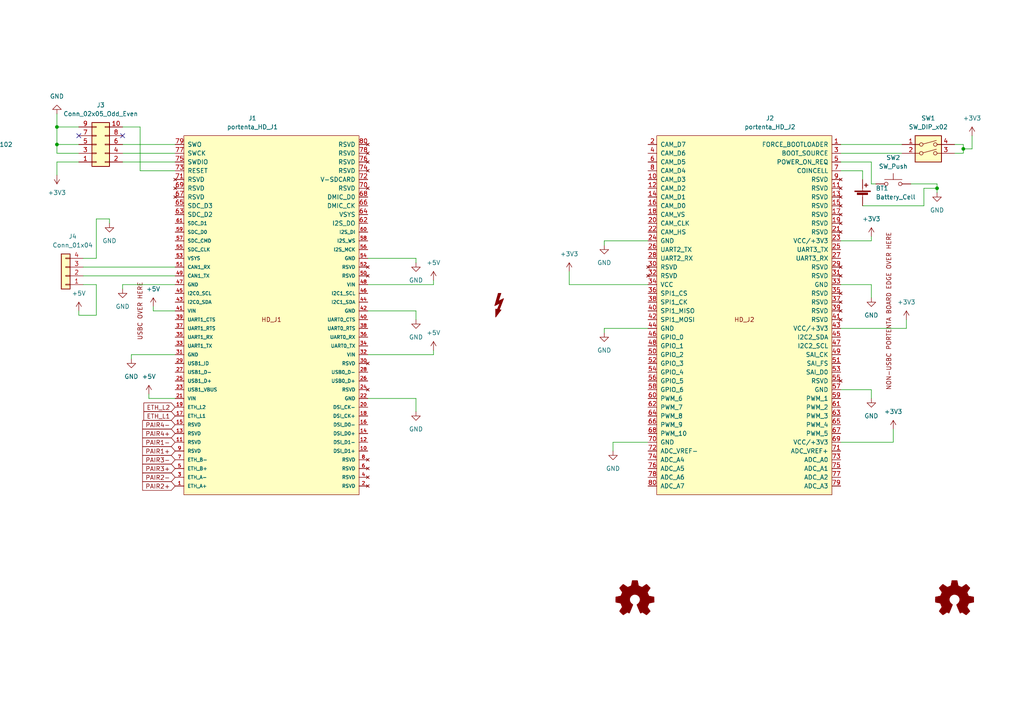
<source format=kicad_sch>
(kicad_sch (version 20211123) (generator eeschema)
  (paper "A4")
  (title_block (title "Kra Platform") (company "grey@christoforo.net"))
  (junction (at -81.28 124.46) (diameter 0.9144))
  (junction (at -38.1 60.96) (diameter 0.9144))
  (junction (at 16.51 41.91) (diameter 0.9144))
  (junction (at -59.69 124.46) (diameter 0.9144))
  (junction (at -72.39 143.51) (diameter 0.9144))
  (junction (at -82.55 147.32) (diameter 0.9144))
  (junction (at -54.61 50.8) (diameter 0.9144))
  (junction (at 16.51 36.83) (diameter 0.9144))
  (junction (at -120.65 91.44) (diameter 0.9144))
  (junction (at -38.1 50.8) (diameter 0.9144))
  (junction (at -54.61 40.64) (diameter 0.9144))
  (junction (at -54.61 60.96) (diameter 0.9144))
  (junction (at 279.4 43.18) (diameter 0.9144))
  (junction (at -55.88 135.89) (diameter 0.9144))
  (junction (at -113.03 91.44) (diameter 0.9144))
  (junction (at -59.69 147.32) (diameter 0.9144))
  (junction (at -106.68 91.44) (diameter 0.9144))
  (junction (at -71.12 120.65) (diameter 0.9144))
  (junction (at -71.12 128.27) (diameter 0.9144))
  (junction (at -72.39 151.13) (diameter 0.9144))
  (junction (at -85.09 147.32) (diameter 0.9144))
  (junction (at -54.61 30.48) (diameter 0.9144))
  (junction (at 271.78 54.61) (diameter 0.9144))
  (junction (at -38.1 40.64) (diameter 0.9144))
  (no_connect (at -24.13 48.26))
  (no_connect (at -19.05 48.26))
  (no_connect (at -62.23 7.62))
  (no_connect (at -29.21 6.35))
  (no_connect (at -34.29 6.35))
  (no_connect (at -67.31 7.62))
  (no_connect (at -97.79 7.62))
  (no_connect (at -102.87 7.62))
  (no_connect (at 22.86 39.37))
  (no_connect (at 35.56 39.37))
  (wire (pts (xy -147.32 52.07) (xy -140.97 52.07)))
  (wire (pts (xy -114.3 44.45) (xy -104.14 44.45)))
  (wire (pts (xy -104.14 38.1) (xy -90.17 38.1)))
  (wire (pts (xy -104.14 44.45) (xy -104.14 38.1)))
  (wire (pts (xy -81.28 120.65) (xy -81.28 124.46)))
  (wire (pts (xy -81.28 124.46) (xy -81.28 128.27)))
  (wire (pts (xy -81.28 128.27) (xy -80.01 128.27)))
  (wire (pts (xy -80.01 120.65) (xy -81.28 120.65)))
  (wire (pts (xy -38.1 60.96) (xy -48.26 60.96)))
  (wire (pts (xy -38.1 62.23) (xy -38.1 60.96)))
  (wire (pts (xy 40.64 36.83) (xy 40.64 49.53)))
  (wire (pts (xy 50.8 49.53) (xy 40.64 49.53)))
  (wire (pts (xy 35.56 36.83) (xy 40.64 36.83)))
  (wire (pts (xy -124.46 59.69) (xy -124.46 60.96)))
  (wire (pts (xy -95.25 115.57) (xy -71.12 115.57)))
  (wire (pts (xy -134.62 64.77) (xy -134.62 74.93)))
  (wire (pts (xy -96.52 30.48) (xy -96.52 64.77)))
  (wire (pts (xy -96.52 64.77) (xy -134.62 64.77)))
  (wire (pts (xy -90.17 30.48) (xy -96.52 30.48)))
  (wire (pts (xy -114.3 39.37) (xy -106.68 39.37)))
  (wire (pts (xy -106.68 33.02) (xy -90.17 33.02)))
  (wire (pts (xy -106.68 39.37) (xy -106.68 33.02)))
  (wire (pts (xy -88.9 146.05) (xy -116.84 146.05)))
  (wire (pts (xy -38.1 50.8) (xy -48.26 50.8)))
  (wire (pts (xy -38.1 60.96) (xy -38.1 50.8)))
  (wire (pts (xy -120.65 80.01) (xy -120.65 85.09)))
  (wire (pts (xy -114.3 36.83) (xy -109.22 36.83)))
  (wire (pts (xy -109.22 27.94) (xy -90.17 27.94)))
  (wire (pts (xy -109.22 36.83) (xy -109.22 27.94)))
  (wire (pts (xy -143.51 39.37) (xy -134.62 39.37)))
  (wire (pts (xy -88.9 138.43) (xy -88.9 146.05)))
  (wire (pts (xy 16.51 36.83) (xy 22.86 36.83)))
  (wire (pts (xy -72.39 120.65) (xy -71.12 120.65)))
  (wire (pts (xy -71.12 120.65) (xy -69.85 120.65)))
  (wire (pts (xy -85.09 147.32) (xy -85.09 160.02)))
  (wire (pts (xy -85.09 160.02) (xy -50.8 160.02)))
  (wire (pts (xy 264.16 53.34) (xy 271.78 53.34)))
  (wire (pts (xy 271.78 54.61) (xy 271.78 53.34)))
  (wire (pts (xy 271.78 55.88) (xy 271.78 54.61)))
  (wire (pts (xy -54.61 50.8) (xy -54.61 60.96)))
  (wire (pts (xy 35.56 41.91) (xy 50.8 41.91)))
  (wire (pts (xy 24.13 74.93) (xy 27.94 74.93)))
  (wire (pts (xy 27.94 63.5) (xy 27.94 74.93)))
  (wire (pts (xy 31.75 63.5) (xy 27.94 63.5)))
  (wire (pts (xy 31.75 64.77) (xy 31.75 63.5)))
  (wire (pts (xy -106.68 80.01) (xy -106.68 85.09)))
  (wire (pts (xy 120.65 74.93) (xy 106.68 74.93)))
  (wire (pts (xy 120.65 76.2) (xy 120.65 74.93)))
  (wire (pts (xy -88.9 156.21) (xy -72.39 156.21)))
  (wire (pts (xy -72.39 151.13) (xy -72.39 156.21)))
  (wire (pts (xy 177.8 128.27) (xy 177.8 130.81)))
  (wire (pts (xy 187.96 128.27) (xy 177.8 128.27)))
  (wire (pts (xy 175.26 69.85) (xy 187.96 69.85)))
  (wire (pts (xy 175.26 71.12) (xy 175.26 69.85)))
  (wire (pts (xy -120.65 90.17) (xy -120.65 91.44)))
  (wire (pts (xy -113.03 91.44) (xy -120.65 91.44)))
  (wire (pts (xy -88.9 151.13) (xy -88.9 156.21)))
  (wire (pts (xy 35.56 82.55) (xy 50.8 82.55)))
  (wire (pts (xy 35.56 83.82) (xy 35.56 82.55)))
  (wire (pts (xy -54.61 30.48) (xy -54.61 40.64)))
  (wire (pts (xy 243.84 128.27) (xy 259.08 128.27)))
  (wire (pts (xy 259.08 128.27) (xy 259.08 124.46)))
  (wire (pts (xy -114.3 41.91) (xy -109.22 41.91)))
  (wire (pts (xy -109.22 41.91) (xy -109.22 48.26)))
  (wire (pts (xy -109.22 48.26) (xy -90.17 48.26)))
  (wire (pts (xy 250.19 59.69) (xy 267.97 59.69)))
  (wire (pts (xy 267.97 54.61) (xy 271.78 54.61)))
  (wire (pts (xy 267.97 59.69) (xy 267.97 54.61)))
  (wire (pts (xy -38.1 30.48) (xy -48.26 30.48)))
  (wire (pts (xy -38.1 40.64) (xy -38.1 30.48)))
  (wire (pts (xy -135.89 52.07) (xy -134.62 52.07)))
  (wire (pts (xy -116.84 151.13) (xy -88.9 151.13)))
  (wire (pts (xy -55.88 135.89) (xy -50.8 135.89)))
  (wire (pts (xy -88.9 133.35) (xy -71.12 133.35)))
  (wire (pts (xy -71.12 128.27) (xy -71.12 133.35)))
  (wire (pts (xy -106.68 67.31) (xy -106.68 74.93)))
  (wire (pts (xy -93.98 50.8) (xy -93.98 67.31)))
  (wire (pts (xy -93.98 67.31) (xy -106.68 67.31)))
  (wire (pts (xy -90.17 50.8) (xy -93.98 50.8)))
  (wire (pts (xy 120.65 115.57) (xy 106.68 115.57)))
  (wire (pts (xy 120.65 119.38) (xy 120.65 115.57)))
  (wire (pts (xy 38.1 102.87) (xy 38.1 104.14)))
  (wire (pts (xy 50.8 102.87) (xy 38.1 102.87)))
  (wire (pts (xy 16.51 46.99) (xy 16.51 50.8)))
  (wire (pts (xy 22.86 46.99) (xy 16.51 46.99)))
  (wire (pts (xy 243.84 41.91) (xy 261.62 41.91)))
  (wire (pts (xy 106.68 102.87) (xy 125.73 102.87)))
  (wire (pts (xy 125.73 102.87) (xy 125.73 101.6)))
  (wire (pts (xy -111.76 49.53) (xy -114.3 49.53)))
  (wire (pts (xy -111.76 53.34) (xy -111.76 49.53)))
  (wire (pts (xy -90.17 53.34) (xy -111.76 53.34)))
  (wire (pts (xy -59.69 124.46) (xy -55.88 124.46)))
  (wire (pts (xy -55.88 124.46) (xy -55.88 135.89)))
  (wire (pts (xy -55.88 135.89) (xy -55.88 147.32)))
  (wire (pts (xy -55.88 147.32) (xy -59.69 147.32)))
  (wire (pts (xy -113.03 125.73) (xy -88.9 125.73)))
  (wire (pts (xy -38.1 40.64) (xy -48.26 40.64)))
  (wire (pts (xy -38.1 50.8) (xy -38.1 40.64)))
  (wire (pts (xy -62.23 120.65) (xy -59.69 120.65)))
  (wire (pts (xy -59.69 120.65) (xy -59.69 124.46)))
  (wire (pts (xy -59.69 124.46) (xy -59.69 128.27)))
  (wire (pts (xy -59.69 128.27) (xy -62.23 128.27)))
  (wire (pts (xy 44.45 90.17) (xy 44.45 88.9)))
  (wire (pts (xy 50.8 90.17) (xy 44.45 90.17)))
  (wire (pts (xy -54.61 22.86) (xy -54.61 30.48)))
  (wire (pts (xy 165.1 82.55) (xy 165.1 78.74)))
  (wire (pts (xy 187.96 82.55) (xy 165.1 82.55)))
  (wire (pts (xy -154.94 36.83) (xy -154.94 39.37)))
  (wire (pts (xy -154.94 39.37) (xy -148.59 39.37)))
  (wire (pts (xy -134.62 91.44) (xy -134.62 90.17)))
  (wire (pts (xy -120.65 91.44) (xy -134.62 91.44)))
  (wire (pts (xy -88.9 138.43) (xy -72.39 138.43)))
  (wire (pts (xy -72.39 143.51) (xy -72.39 138.43)))
  (wire (pts (xy -147.32 52.07) (xy -147.32 60.96)))
  (wire (pts (xy 16.51 36.83) (xy 16.51 33.02)))
  (wire (pts (xy -106.68 91.44) (xy -92.71 91.44)))
  (wire (pts (xy -92.71 91.44) (xy -92.71 88.9)))
  (wire (pts (xy -88.9 125.73) (xy -88.9 133.35)))
  (wire (pts (xy -92.71 60.96) (xy -92.71 74.93)))
  (wire (pts (xy -90.17 60.96) (xy -92.71 60.96)))
  (wire (pts (xy 252.73 68.58) (xy 252.73 69.85)))
  (wire (pts (xy 252.73 69.85) (xy 243.84 69.85)))
  (wire (pts (xy -113.03 91.44) (xy -106.68 91.44)))
  (wire (pts (xy -113.03 92.71) (xy -113.03 91.44)))
  (wire (pts (xy -106.68 90.17) (xy -106.68 91.44)))
  (wire (pts (xy 35.56 44.45) (xy 50.8 44.45)))
  (wire (pts (xy 243.84 113.03) (xy 252.73 113.03)))
  (wire (pts (xy 252.73 115.57) (xy 252.73 113.03)))
  (wire (pts (xy 252.73 82.55) (xy 243.84 82.55)))
  (wire (pts (xy 252.73 86.36) (xy 252.73 82.55)))
  (wire (pts (xy -95.25 115.57) (xy -95.25 120.65)))
  (wire (pts (xy 279.4 43.18) (xy 279.4 44.45)))
  (wire (pts (xy 279.4 44.45) (xy 276.86 44.45)))
  (wire (pts (xy 120.65 90.17) (xy 106.68 90.17)))
  (wire (pts (xy 120.65 92.71) (xy 120.65 90.17)))
  (wire (pts (xy -114.3 46.99) (xy -101.6 46.99)))
  (wire (pts (xy -101.6 43.18) (xy -90.17 43.18)))
  (wire (pts (xy -101.6 46.99) (xy -101.6 43.18)))
  (wire (pts (xy -64.77 30.48) (xy -54.61 30.48)))
  (wire (pts (xy -54.61 30.48) (xy -53.34 30.48)))
  (wire (pts (xy 24.13 77.47) (xy 50.8 77.47)))
  (wire (pts (xy -92.71 80.01) (xy -92.71 83.82)))
  (wire (pts (xy -82.55 143.51) (xy -82.55 147.32)))
  (wire (pts (xy -82.55 147.32) (xy -82.55 151.13)))
  (wire (pts (xy -82.55 151.13) (xy -81.28 151.13)))
  (wire (pts (xy -81.28 143.51) (xy -82.55 143.51)))
  (wire (pts (xy 43.18 115.57) (xy 43.18 114.3)))
  (wire (pts (xy 50.8 115.57) (xy 43.18 115.57)))
  (wire (pts (xy 22.86 90.17) (xy 22.86 91.44)))
  (wire (pts (xy 24.13 82.55) (xy 27.94 82.55)))
  (wire (pts (xy 27.94 82.55) (xy 27.94 91.44)))
  (wire (pts (xy 27.94 91.44) (xy 22.86 91.44)))
  (wire (pts (xy -85.09 124.46) (xy -81.28 124.46)))
  (wire (pts (xy -85.09 147.32) (xy -85.09 124.46)))
  (wire (pts (xy -82.55 147.32) (xy -85.09 147.32)))
  (wire (pts (xy 252.73 46.99) (xy 243.84 46.99)))
  (wire (pts (xy 252.73 53.34) (xy 252.73 46.99)))
  (wire (pts (xy -72.39 128.27) (xy -71.12 128.27)))
  (wire (pts (xy -71.12 128.27) (xy -69.85 128.27)))
  (wire (pts (xy 35.56 46.99) (xy 50.8 46.99)))
  (wire (pts (xy -113.03 97.79) (xy -113.03 100.33)))
  (wire (pts (xy 262.89 92.71) (xy 262.89 95.25)))
  (wire (pts (xy 262.89 95.25) (xy 243.84 95.25)))
  (wire (pts (xy -134.62 80.01) (xy -134.62 85.09)))
  (wire (pts (xy 252.73 53.34) (xy 254 53.34)))
  (wire (pts (xy -114.3 54.61) (xy -114.3 63.5)))
  (wire (pts (xy -114.3 63.5) (xy -90.17 63.5)))
  (wire (pts (xy 243.84 44.45) (xy 261.62 44.45)))
  (wire (pts (xy -73.66 143.51) (xy -72.39 143.51)))
  (wire (pts (xy -72.39 143.51) (xy -71.12 143.51)))
  (wire (pts (xy -73.66 151.13) (xy -72.39 151.13)))
  (wire (pts (xy -72.39 151.13) (xy -71.12 151.13)))
  (wire (pts (xy -63.5 143.51) (xy -59.69 143.51)))
  (wire (pts (xy -63.5 151.13) (xy -59.69 151.13)))
  (wire (pts (xy -59.69 143.51) (xy -59.69 147.32)))
  (wire (pts (xy -59.69 147.32) (xy -59.69 151.13)))
  (wire (pts (xy 276.86 41.91) (xy 279.4 41.91)))
  (wire (pts (xy 279.4 43.18) (xy 279.4 41.91)))
  (wire (pts (xy 281.94 39.37) (xy 281.94 43.18)))
  (wire (pts (xy 281.94 43.18) (xy 279.4 43.18)))
  (wire (pts (xy 250.19 49.53) (xy 243.84 49.53)))
  (wire (pts (xy 250.19 52.07) (xy 250.19 49.53)))
  (wire (pts (xy -64.77 60.96) (xy -54.61 60.96)))
  (wire (pts (xy -54.61 60.96) (xy -53.34 60.96)))
  (wire (pts (xy -71.12 120.65) (xy -71.12 115.57)))
  (wire (pts (xy -113.03 52.07) (xy -114.3 52.07)))
  (wire (pts (xy -113.03 58.42) (xy -113.03 52.07)))
  (wire (pts (xy -90.17 58.42) (xy -113.03 58.42)))
  (wire (pts (xy -64.77 50.8) (xy -54.61 50.8)))
  (wire (pts (xy -54.61 50.8) (xy -53.34 50.8)))
  (wire (pts (xy -120.65 66.04) (xy -120.65 74.93)))
  (wire (pts (xy -95.25 40.64) (xy -95.25 66.04)))
  (wire (pts (xy -95.25 66.04) (xy -120.65 66.04)))
  (wire (pts (xy -90.17 40.64) (xy -95.25 40.64)))
  (wire (pts (xy 16.51 41.91) (xy 16.51 36.83)))
  (wire (pts (xy 16.51 44.45) (xy 16.51 41.91)))
  (wire (pts (xy 22.86 44.45) (xy 16.51 44.45)))
  (wire (pts (xy -54.61 40.64) (xy -54.61 50.8)))
  (wire (pts (xy 175.26 95.25) (xy 175.26 96.52)))
  (wire (pts (xy 187.96 95.25) (xy 175.26 95.25)))
  (wire (pts (xy -95.25 120.65) (xy -113.03 120.65)))
  (wire (pts (xy 125.73 81.28) (xy 125.73 82.55)))
  (wire (pts (xy 125.73 82.55) (xy 106.68 82.55)))
  (wire (pts (xy 16.51 41.91) (xy 22.86 41.91)))
  (wire (pts (xy 24.13 80.01) (xy 50.8 80.01)))
  (wire (pts (xy -64.77 40.64) (xy -54.61 40.64)))
  (wire (pts (xy -54.61 40.64) (xy -53.34 40.64)))
  (global_label "PAIR2+" (shape input) (at -24.13 33.02 180) (property "Intersheet References" "${INTERSHEET_REFS}" (effects hide)))
  (global_label "POE_V1+" (shape input) (at -123.19 120.65 180) (property "Intersheet References" "${INTERSHEET_REFS}" (effects hide)))
  (global_label "PAIR4-" (shape input) (at -97.79 -7.62 0) (property "Intersheet References" "${INTERSHEET_REFS}" (effects hide)))
  (global_label "ETH_L2" (shape input) (at 50.8 118.11 180) (property "Intersheet References" "${INTERSHEET_REFS}" (effects hide)))
  (global_label "PAIR3+" (shape input) (at -29.21 -8.89 0) (property "Intersheet References" "${INTERSHEET_REFS}" (effects hide)))
  (global_label "PAIR4+" (shape input) (at -64.77 33.02 0) (property "Intersheet References" "${INTERSHEET_REFS}" (effects hide)))
  (global_label "PAIR1-" (shape input) (at -67.31 -7.62 180) (property "Intersheet References" "${INTERSHEET_REFS}" (effects hide)))
  (global_label "PAIR3-" (shape input) (at 50.8 133.35 180) (property "Intersheet References" "${INTERSHEET_REFS}" (effects hide)))
  (global_label "POE_V2-" (shape input) (at -134.62 72.39 0) (property "Intersheet References" "${INTERSHEET_REFS}" (effects hide)))
  (global_label "POE_V2+" (shape input) (at -127 146.05 180) (property "Intersheet References" "${INTERSHEET_REFS}" (effects hide)))
  (global_label "PAIR2-" (shape input) (at -19.05 33.02 0) (property "Intersheet References" "${INTERSHEET_REFS}" (effects hide)))
  (global_label "PAIR1-" (shape input) (at -64.77 43.18 0) (property "Intersheet References" "${INTERSHEET_REFS}" (effects hide)))
  (global_label "PAIR1+" (shape input) (at 50.8 130.81 180) (property "Intersheet References" "${INTERSHEET_REFS}" (effects hide)))
  (global_label "PAIR1+" (shape input) (at -62.23 -7.62 0) (property "Intersheet References" "${INTERSHEET_REFS}" (effects hide)))
  (global_label "PAIR4-" (shape input) (at 50.8 123.19 180) (property "Intersheet References" "${INTERSHEET_REFS}" (effects hide)))
  (global_label "PAIR2-" (shape input) (at 50.8 138.43 180) (property "Intersheet References" "${INTERSHEET_REFS}" (effects hide)))
  (global_label "POE+" (shape input) (at -50.8 135.89 0) (property "Intersheet References" "${INTERSHEET_REFS}" (effects hide)))
  (global_label "ETH_L1" (shape input) (at 50.8 120.65 180) (property "Intersheet References" "${INTERSHEET_REFS}" (effects hide)))
  (global_label "PAIR1+" (shape input) (at -64.77 38.1 0) (property "Intersheet References" "${INTERSHEET_REFS}" (effects hide)))
  (global_label "PAIR3+" (shape input) (at 50.8 135.89 180) (property "Intersheet References" "${INTERSHEET_REFS}" (effects hide)))
  (global_label "PAIR3-" (shape input) (at -34.29 -8.89 180) (property "Intersheet References" "${INTERSHEET_REFS}" (effects hide)))
  (global_label "PAIR2+" (shape input) (at 50.8 140.97 180) (property "Intersheet References" "${INTERSHEET_REFS}" (effects hide)))
  (global_label "POE_V1-" (shape input) (at -123.19 125.73 180) (property "Intersheet References" "${INTERSHEET_REFS}" (effects hide)))
  (global_label "POE_V1+" (shape input) (at -92.71 72.39 0) (property "Intersheet References" "${INTERSHEET_REFS}" (effects hide)))
  (global_label "PAIR3+" (shape input) (at -64.77 53.34 0) (property "Intersheet References" "${INTERSHEET_REFS}" (effects hide)))
  (global_label "PAIR4+" (shape input) (at -102.87 -7.62 180) (property "Intersheet References" "${INTERSHEET_REFS}" (effects hide)))
  (global_label "PAIR2+" (shape input) (at -64.77 63.5 0) (property "Intersheet References" "${INTERSHEET_REFS}" (effects hide)))
  (global_label "PAIR2-" (shape input) (at -64.77 58.42 0) (property "Intersheet References" "${INTERSHEET_REFS}" (effects hide)))
  (global_label "POE_V1-" (shape input) (at -106.68 72.39 0) (property "Intersheet References" "${INTERSHEET_REFS}" (effects hide)))
  (global_label "ETH_L2" (shape input) (at -134.62 54.61 180) (property "Intersheet References" "${INTERSHEET_REFS}" (effects hide)))
  (global_label "POE-" (shape input) (at -50.8 160.02 0) (property "Intersheet References" "${INTERSHEET_REFS}" (effects hide)))
  (global_label "PAIR4-" (shape input) (at -64.77 27.94 0) (property "Intersheet References" "${INTERSHEET_REFS}" (effects hide)))
  (global_label "POE_V2-" (shape input) (at -127 151.13 180) (property "Intersheet References" "${INTERSHEET_REFS}" (effects hide)))
  (global_label "PAIR3-" (shape input) (at -64.77 48.26 0) (property "Intersheet References" "${INTERSHEET_REFS}" (effects hide)))
  (global_label "PAIR4+" (shape input) (at 50.8 125.73 180) (property "Intersheet References" "${INTERSHEET_REFS}" (effects hide)))
  (global_label "POE_V2+" (shape input) (at -120.65 72.39 0) (property "Intersheet References" "${INTERSHEET_REFS}" (effects hide)))
  (global_label "PAIR1-" (shape input) (at 50.8 128.27 180) (property "Intersheet References" "${INTERSHEET_REFS}" (effects hide)))
  (global_label "ETH_L1" (shape input) (at -134.62 36.83 180) (property "Intersheet References" "${INTERSHEET_REFS}" (effects hide)))
  (symbol (lib_id "Device:C_Small") (at -120.65 77.47 180) (unit 1)
    (property "Reference" "C6" (at -116.84 76.1999 0) (effects (justify right)))
    (property "Value" "0.039uF" (at -116.84 78.7399 0) (effects (justify right)))
    (property "Footprint" "Capacitor_SMD:C_0603_1608Metric" (effects hide))
  )
  (symbol (lib_id "Device:C_Small") (at -50.8 30.48 270) (unit 1)
    (property "Reference" "C1" (at -50.8 24.13 90))
    (property "Value" "100nF" (at -50.8 26.67 90))
    (property "Footprint" "Capacitor_SMD:C_0603_1608Metric" (effects hide))
  )
  (symbol (lib_id "Connector_Generic:Conn_01x04") (at 19.05 80.01 180) (unit 1)
    (property "Reference" "J4" (at 21.082 68.58 0))
    (property "Value" "Conn_01x04" (at 21.082 71.12 0))
    (property "Footprint" "Connector_PinHeader_2.54mm:PinHeader_1x04_P2.54mm_Vertical" (effects hide))
  )
  (symbol (lib_id "Device:C_Small") (at -106.68 77.47 180) (unit 1)
    (property "Reference" "C7" (at -102.87 76.1999 0) (effects (justify right)))
    (property "Value" "0.039uF" (at -102.87 78.7399 0) (effects (justify right)))
    (property "Footprint" "Capacitor_SMD:C_0603_1608Metric" (effects hide))
  )
  (symbol (lib_id "Device:R_Small_US") (at -106.68 87.63 180) (unit 1)
    (property "Reference" "R6" (at -102.87 86.3599 0) (effects (justify right)))
    (property "Value" "75" (at -102.87 88.8999 0) (effects (justify right)))
    (property "Footprint" "Resistor_SMD:R_0603_1608Metric" (effects hide))
  )
  (symbol (lib_id "Device:D_Schottky") (at -76.2 120.65 0) (mirror y) (unit 1)
    (property "Reference" "D1" (at -76.2 118.11 0))
    (property "Value" "D_Schottky" (at -76.2 123.19 0))
    (property "Footprint" "Diode_SMD:D_SMC" (effects hide))
    (property "asy_pn" "C391251" (effects hide))
  )
  (symbol (lib_id "power:GND") (at 35.56 83.82 0) (unit 1)
    (property "Reference" "#PWR0117" (effects hide))
    (property "Value" "GND" (at 35.56 88.9 0))
  )
  (symbol (lib_id "power:GND") (at 16.51 33.02 0) (mirror x) (unit 1)
    (property "Reference" "#PWR0123" (effects hide))
    (property "Value" "GND" (at 16.51 27.94 0))
  )
  (symbol (lib_id "Transformer:TG111-MSC13LF") (at -195.58 113.03 0) (mirror y) (unit 1)
    (property "Reference" "TR1" (at -195.58 87.63 0))
    (property "Value" "TG111-MSC13LF" (at -195.58 90.17 0))
    (property "Footprint" "Transformer_SMD:Transformer_Ethernet_HALO_TG111-MSC13" (effects hide))
    (property "Datasheet" "https://www.haloelectronics.com/pdf/discrete-genesus.pdf" (effects hide))
    (property "asy_pn" "C55681" (effects hide))
  )
  (symbol (lib_id "power:GND") (at -21.59 48.26 0) (unit 1)
    (property "Reference" "#PWR?" (effects hide))
    (property "Value" "GND" (at -21.59 53.34 0))
  )
  (symbol (lib_id "power:GND") (at 31.75 64.77 0) (unit 1)
    (property "Reference" "#PWR0121" (effects hide))
    (property "Value" "GND" (at 31.75 69.85 0))
  )
  (symbol (lib_id "power:+3V3") (at -21.59 33.02 0) (unit 1)
    (property "Reference" "#PWR?" (effects hide))
    (property "Value" "+3V3" (at -21.59 27.94 0))
  )
  (symbol (lib_id "Device:D_Schottky") (at -66.04 120.65 0) (mirror y) (unit 1)
    (property "Reference" "D2" (at -66.04 118.11 0))
    (property "Value" "D_Schottky" (at -66.04 123.19 0))
    (property "Footprint" "Diode_SMD:D_SMC" (effects hide))
    (property "asy_pn" "C391251" (effects hide))
  )
  (symbol (lib_id "Connector:RJ45_LED_Shielded") (at -124.46 46.99 0) (unit 1)
    (property "Reference" "J5" (at -124.46 29.21 0))
    (property "Value" "RJ45_LED_Shielded" (at -124.46 31.75 0))
    (property "Footprint" "Connector_RJ:RJ45_Amphenol_RJHSE538X" (effects hide))
    (property "asy_pn" "C2828082" (effects hide))
  )
  (symbol (lib_id "Graphic:Logo_Open_Hardware_Small") (at 184.15 173.99 0) (unit 1) (in_bom no)
    (property "Reference" "LOGO1" (effects hide))
    (property "Value" "Logo_Open_Hardware_Small" (effects hide))
    (property "Footprint" "custom_footprints:logo" (effects hide))
    (property "asy_pn" "DNP" (effects hide))
  )
  (symbol (lib_id "power:GND") (at 38.1 104.14 0) (unit 1)
    (property "Reference" "#PWR0108" (effects hide))
    (property "Value" "GND" (at 38.1 109.22 0))
  )
  (symbol (lib_id "power:GND") (at 271.78 55.88 0) (unit 1)
    (property "Reference" "#PWR0120" (effects hide))
    (property "Value" "GND" (at 271.78 60.96 0))
  )
  (symbol (lib_id "Power_Protection:WE-TVS-82400102") (at -100.33 0 90) (unit 1)
    (property "Reference" "U?" (at -93.98 -1.2701 90) (effects (justify right)))
    (property "Value" "WE-TVS-82400102" (at -93.98 1.2699 90) (effects (justify right)))
    (property "Footprint" "Package_TO_SOT_SMD:SOT-23-6" (effects hide))
    (property "Datasheet" "https://katalog.we-online.de/pbs/datasheet/82400102.pdf" (effects hide))
  )
  (symbol (lib_id "power:+3V3") (at 252.73 68.58 0) (unit 1)
    (property "Reference" "#PWR0104" (effects hide))
    (property "Value" "+3V3" (at 252.73 63.5 0))
  )
  (symbol (lib_id "power:+3V3") (at -31.75 -8.89 0) (unit 1)
    (property "Reference" "#PWR?" (effects hide))
    (property "Value" "+3V3" (at -31.75 -13.97 0))
  )
  (symbol (lib_id "power:+3V3") (at 281.94 39.37 0) (unit 1)
    (property "Reference" "#PWR0119" (effects hide))
    (property "Value" "+3V3" (at 281.94 34.29 0))
  )
  (symbol (lib_id "Device:Battery_Cell") (at 250.19 57.15 0) (unit 1)
    (property "Reference" "BT1" (at 254 54.6099 0) (effects (justify left)))
    (property "Value" "Battery_Cell" (at 254 57.1499 0) (effects (justify left)))
    (property "Footprint" "Battery:BatteryHolder_Keystone_3034_1x20mm" (effects hide))
  )
  (symbol (lib_id "Device:C_Small") (at -92.71 77.47 180) (unit 1)
    (property "Reference" "C8" (at -88.9 76.1999 0) (effects (justify right)))
    (property "Value" "0.039uF" (at -88.9 78.7399 0) (effects (justify right)))
    (property "Footprint" "Capacitor_SMD:C_0603_1608Metric" (effects hide))
  )
  (symbol (lib_id "power:GND") (at 175.26 96.52 0) (unit 1)
    (property "Reference" "#PWR0107" (effects hide))
    (property "Value" "GND" (at 175.26 101.6 0))
  )
  (symbol (lib_id "Device:C_Small") (at -113.03 95.25 180) (unit 1)
    (property "Reference" "C9" (at -109.22 93.9799 0) (effects (justify right)))
    (property "Value" "1000pF" (at -109.22 96.5199 0) (effects (justify right)))
    (property "Footprint" "Capacitor_SMD:C_1206_3216Metric" (effects hide))
  )
  (symbol (lib_id "power:GND") (at 120.65 76.2 0) (unit 1)
    (property "Reference" "#PWR0113" (effects hide))
    (property "Value" "GND" (at 120.65 81.28 0))
  )
  (symbol (lib_id "Device:D_Schottky") (at -76.2 128.27 0) (mirror y) (unit 1)
    (property "Reference" "D3" (at -76.2 125.73 0))
    (property "Value" "D_Schottky" (at -76.2 130.81 0))
    (property "Footprint" "Diode_SMD:D_SMC" (effects hide))
    (property "asy_pn" "C391251" (effects hide))
  )
  (symbol (lib_id "power:+3V3") (at -154.94 36.83 0) (unit 1)
    (property "Reference" "#PWR0130" (effects hide))
    (property "Value" "+3V3" (at -154.94 31.75 0))
  )
  (symbol (lib_id "Filter:Choke_Schaffner_RN102-1-02-3M0") (at -118.11 123.19 180) (unit 1)
    (property "Reference" "FL?" (at -117.729 115.57 0))
    (property "Value" "Choke_Schaffner_RN102-1-02-3M0" (at -117.729 118.11 0))
    (property "Footprint" "Inductor_THT:Choke_Schaffner_RN102-04-14.0x14.0mm" (effects hide))
    (property "Datasheet" "https://www.schaffner.com/products/download/product/datasheet/rn-series-common-mode-chokes-new/" (effects hide))
  )
  (symbol (lib_id "power:+5V") (at 43.18 114.3 0) (unit 1)
    (property "Reference" "#PWR0110" (effects hide))
    (property "Value" "+5V" (at 43.18 109.22 0))
  )
  (symbol (lib_id "Device:D_Schottky") (at -77.47 143.51 0) (mirror y) (unit 1)
    (property "Reference" "D5" (at -77.47 140.97 0))
    (property "Value" "D_Schottky" (at -77.47 146.05 0))
    (property "Footprint" "Diode_SMD:D_SMC" (effects hide))
    (property "asy_pn" "C391251" (effects hide))
  )
  (symbol (lib_id "power:+3V3") (at 259.08 124.46 0) (unit 1)
    (property "Reference" "#PWR0103" (effects hide))
    (property "Value" "+3V3" (at 259.08 119.38 0))
  )
  (symbol (lib_id "power:+5V") (at 125.73 81.28 0) (unit 1)
    (property "Reference" "#PWR0116" (effects hide))
    (property "Value" "+5V" (at 125.73 76.2 0))
  )
  (symbol (lib_id "power:GND") (at 120.65 92.71 0) (unit 1)
    (property "Reference" "#PWR0114" (effects hide))
    (property "Value" "GND" (at 120.65 97.79 0))
  )
  (symbol (lib_id "power:+5V") (at 44.45 88.9 0) (unit 1)
    (property "Reference" "#PWR0118" (effects hide))
    (property "Value" "+5V" (at 44.45 83.82 0))
  )
  (symbol (lib_id "Device:D_Schottky") (at -77.47 151.13 0) (mirror y) (unit 1)
    (property "Reference" "D7" (at -77.47 148.59 0))
    (property "Value" "D_Schottky" (at -77.47 153.67 0))
    (property "Footprint" "Diode_SMD:D_SMC" (effects hide))
    (property "asy_pn" "C391251" (effects hide))
  )
  (symbol (lib_id "power:+3V3") (at 16.51 50.8 0) (mirror x) (unit 1)
    (property "Reference" "#PWR0124" (effects hide))
    (property "Value" "+3V3" (at 16.51 55.88 0))
  )
  (symbol (lib_id "Switch:SW_DIP_x02") (at 269.24 44.45 0) (unit 1)
    (property "Reference" "SW1" (at 269.24 34.29 0))
    (property "Value" "SW_DIP_x02" (at 269.24 36.83 0))
    (property "Footprint" "Button_Switch_SMD:SW_DIP_SPSTx02_Slide_Omron_A6H-2101_W6.15mm_P1.27mm" (effects hide))
  )
  (symbol (lib_id "power:Earth") (at -113.03 100.33 0) (unit 1)
    (property "Reference" "#PWR0127" (effects hide))
    (property "Value" "Earth" (effects hide))
  )
  (symbol (lib_id "power:GND") (at -38.1 62.23 0) (unit 1)
    (property "Reference" "#PWR0133" (effects hide))
    (property "Value" "GND" (at -38.1 67.31 0))
  )
  (symbol (lib_id "Switch:SW_Push") (at 259.08 53.34 0) (unit 1)
    (property "Reference" "SW2" (at 259.08 45.72 0))
    (property "Value" "SW_Push" (at 259.08 48.26 0))
    (property "Footprint" "Button_Switch_SMD:SW_SPST_PTS645" (effects hide))
  )
  (symbol (lib_id "power:GND") (at -64.77 7.62 0) (unit 1)
    (property "Reference" "#PWR?" (effects hide))
    (property "Value" "GND" (at -64.77 12.7 0))
  )
  (symbol (lib_id "Filter:Choke_Schaffner_RN102-1-02-3M0") (at -121.92 148.59 180) (unit 1)
    (property "Reference" "FL?" (at -121.539 140.97 0))
    (property "Value" "Choke_Schaffner_RN102-1-02-3M0" (at -121.539 143.51 0))
    (property "Footprint" "Inductor_THT:Choke_Schaffner_RN102-04-14.0x14.0mm" (effects hide))
    (property "Datasheet" "https://www.schaffner.com/products/download/product/datasheet/rn-series-common-mode-chokes-new/" (effects hide))
  )
  (symbol (lib_id "Graphic:Logo_Open_Hardware_Small") (at 276.86 173.99 0) (unit 1) (in_bom no)
    (property "Reference" "LOGO2" (effects hide))
    (property "Value" "Logo_Open_Hardware_Small" (effects hide))
    (property "Footprint" "custom_footprints:logo" (effects hide))
    (property "asy_pn" "DNP" (effects hide))
  )
  (symbol (lib_id "Device:C_Small") (at -50.8 60.96 270) (unit 1)
    (property "Reference" "C4" (at -50.8 54.61 90))
    (property "Value" "100nF" (at -50.8 57.15 90))
    (property "Footprint" "Capacitor_SMD:C_0603_1608Metric" (effects hide))
  )
  (symbol (lib_id "Power_Protection:WE-TVS-82400102") (at -64.77 0 90) (unit 1)
    (property "Reference" "U?" (at -58.42 -1.2701 90) (effects (justify right)))
    (property "Value" "WE-TVS-82400102" (at -58.42 1.2699 90) (effects (justify right)))
    (property "Footprint" "Package_TO_SOT_SMD:SOT-23-6" (effects hide))
    (property "Datasheet" "https://katalog.we-online.de/pbs/datasheet/82400102.pdf" (effects hide))
  )
  (symbol (lib_id "Device:D_Schottky") (at -67.31 143.51 0) (mirror y) (unit 1)
    (property "Reference" "D6" (at -67.31 140.97 0))
    (property "Value" "D_Schottky" (at -67.31 146.05 0))
    (property "Footprint" "Diode_SMD:D_SMC" (effects hide))
    (property "asy_pn" "C391251" (effects hide))
  )
  (symbol (lib_id "power:GND") (at -147.32 60.96 0) (unit 1)
    (property "Reference" "#PWR0131" (effects hide))
    (property "Value" "GND" (at -147.32 66.04 0))
  )
  (symbol (lib_id "Device:R_Small_US") (at -146.05 39.37 90) (unit 1)
    (property "Reference" "R1" (at -146.05 33.02 90))
    (property "Value" "470" (at -146.05 35.56 90))
    (property "Footprint" "Resistor_SMD:R_0603_1608Metric" (effects hide))
  )
  (symbol (lib_id "cusom_symbols:portenta_HD_J2") (at 215.9 90.17 0) (unit 1)
    (property "Reference" "J2" (at 223.3247 34.29 0))
    (property "Value" "portenta_HD_J2" (at 223.3247 36.83 0))
    (property "Footprint" "custom_footprints:DF40HC(3.5)-80DS-0.4V(51)" (effects hide))
  )
  (symbol (lib_id "power:GND") (at -100.33 7.62 0) (unit 1)
    (property "Reference" "#PWR?" (effects hide))
    (property "Value" "GND" (at -100.33 12.7 0))
  )
  (symbol (lib_id "power:+3V3") (at 262.89 92.71 0) (unit 1)
    (property "Reference" "#PWR0106" (effects hide))
    (property "Value" "+3V3" (at 262.89 87.63 0))
  )
  (symbol (lib_id "Transformer:30F-51NL") (at -80.01 45.72 0) (unit 1)
    (property "Reference" "TR2" (at -80.01 20.32 0))
    (property "Value" "30F-51NL" (at -80.01 22.86 0))
    (property "Footprint" "Transformer_SMD:Transformer_Ethernet_YDS_30F-51NL_SO-24_7.1x15.1mm" (effects hide))
    (property "Datasheet" "https://datasheet.lcsc.com/lcsc/1811051610_Shanghai-YDS-Tech-30F-51NL_C123168.pdf" (effects hide))
  )
  (symbol (lib_id "power:GND") (at 252.73 86.36 0) (unit 1)
    (property "Reference" "#PWR0105" (effects hide))
    (property "Value" "GND" (at 252.73 91.44 0))
  )
  (symbol (lib_id "Device:C_Small") (at -50.8 50.8 270) (unit 1)
    (property "Reference" "C3" (at -50.8 44.45 90))
    (property "Value" "100nF" (at -50.8 46.99 90))
    (property "Footprint" "Capacitor_SMD:C_0603_1608Metric" (effects hide))
  )
  (symbol (lib_id "power:+3V3") (at -54.61 22.86 0) (unit 1)
    (property "Reference" "#PWR0132" (effects hide))
    (property "Value" "+3V3" (at -54.61 17.78 0))
  )
  (symbol (lib_id "power:Earth") (at -124.46 60.96 0) (unit 1)
    (property "Reference" "#PWR0125" (effects hide))
    (property "Value" "Earth" (effects hide))
  )
  (symbol (lib_id "Connector_Generic:Conn_02x05_Odd_Even") (at 27.94 41.91 0) (mirror x) (unit 1)
    (property "Reference" "J3" (at 29.21 30.48 0))
    (property "Value" "Conn_02x05_Odd_Even" (at 29.21 33.02 0))
    (property "Footprint" "Connector_PinHeader_1.27mm:PinHeader_2x05_P1.27mm_Vertical_SMD" (effects hide))
  )
  (symbol (lib_id "power:+5V") (at 125.73 101.6 0) (unit 1)
    (property "Reference" "#PWR0115" (effects hide))
    (property "Value" "+5V" (at 125.73 96.52 0))
  )
  (symbol (lib_id "Device:R_Small_US") (at -134.62 87.63 180) (unit 1)
    (property "Reference" "R4" (at -130.81 86.3599 0) (effects (justify right)))
    (property "Value" "75" (at -130.81 88.8999 0) (effects (justify right)))
    (property "Footprint" "Resistor_SMD:R_0603_1608Metric" (effects hide))
  )
  (symbol (lib_id "power:+3V3") (at -100.33 -7.62 0) (unit 1)
    (property "Reference" "#PWR?" (effects hide))
    (property "Value" "+3V3" (at -100.33 -12.7 0))
  )
  (symbol (lib_id "power:GND") (at 120.65 119.38 0) (unit 1)
    (property "Reference" "#PWR0109" (effects hide))
    (property "Value" "GND" (at 120.65 124.46 0))
  )
  (symbol (lib_id "power:GND") (at 175.26 71.12 0) (unit 1)
    (property "Reference" "#PWR0111" (effects hide))
    (property "Value" "GND" (at 175.26 76.2 0))
  )
  (symbol (lib_id "power:GND") (at 177.8 130.81 0) (unit 1)
    (property "Reference" "#PWR0101" (effects hide))
    (property "Value" "GND" (at 177.8 135.89 0))
  )
  (symbol (lib_id "Power_Protection:WE-TVS-82400102") (at -21.59 40.64 90) (unit 1)
    (property "Reference" "U?" (at -15.24 39.3699 90) (effects (justify right)))
    (property "Value" "WE-TVS-82400102" (at -15.24 41.9099 90) (effects (justify right)))
    (property "Footprint" "Package_TO_SOT_SMD:SOT-23-6" (effects hide))
    (property "Datasheet" "https://katalog.we-online.de/pbs/datasheet/82400102.pdf" (effects hide))
  )
  (symbol (lib_id "Device:C_Small") (at -134.62 77.47 180) (unit 1)
    (property "Reference" "C5" (at -130.81 76.1999 0) (effects (justify right)))
    (property "Value" "0.039uF" (at -130.81 78.7399 0) (effects (justify right)))
    (property "Footprint" "Capacitor_SMD:C_0603_1608Metric" (effects hide))
  )
  (symbol (lib_id "power:GND") (at 252.73 115.57 0) (unit 1)
    (property "Reference" "#PWR0102" (effects hide))
    (property "Value" "GND" (at 252.73 120.65 0))
  )
  (symbol (lib_id "power:+5V") (at 22.86 90.17 0) (unit 1)
    (property "Reference" "#PWR0122" (effects hide))
    (property "Value" "+5V" (at 22.86 85.09 0))
  )
  (symbol (lib_id "Device:D_Schottky") (at -67.31 151.13 0) (mirror y) (unit 1)
    (property "Reference" "D8" (at -67.31 148.59 0))
    (property "Value" "D_Schottky" (at -67.31 153.67 0))
    (property "Footprint" "Diode_SMD:D_SMC" (effects hide))
    (property "asy_pn" "C391251" (effects hide))
  )
  (symbol (lib_id "power:+3V3") (at -64.77 -7.62 0) (unit 1)
    (property "Reference" "#PWR?" (effects hide))
    (property "Value" "+3V3" (at -64.77 -12.7 0))
  )
  (symbol (lib_id "Device:D_Schottky") (at -66.04 128.27 0) (mirror y) (unit 1)
    (property "Reference" "D4" (at -66.04 125.73 0))
    (property "Value" "D_Schottky" (at -66.04 130.81 0))
    (property "Footprint" "Diode_SMD:D_SMC" (effects hide))
    (property "asy_pn" "C391251" (effects hide))
  )
  (symbol (lib_id "Graphic:SYM_Flash_Small") (at 144.78 88.9 0) (unit 1) (in_bom no)
    (property "Reference" "SYM1" (effects hide))
    (property "Value" "SYM_Flash_Small" (effects hide))
    (property "Footprint" "custom_footprints:portenta" (effects hide))
    (property "asy_pn" "DNP" (effects hide))
  )
  (symbol (lib_id "cusom_symbols:portenta_HD_J1") (at 78.74 90.17 0) (unit 1)
    (property "Reference" "J1" (at 73.2203 34.29 0))
    (property "Value" "portenta_HD_J1" (at 73.2203 36.83 0))
    (property "Footprint" "custom_footprints:DF40HC(3.5)-80DS-0.4V(51)" (effects hide))
  )
  (symbol (lib_id "Power_Protection:WE-TVS-82400102") (at -31.75 -1.27 90) (unit 1)
    (property "Reference" "U?" (at -25.4 -2.5401 90) (effects (justify right)))
    (property "Value" "WE-TVS-82400102" (at -25.4 -0.0001 90) (effects (justify right)))
    (property "Footprint" "Package_TO_SOT_SMD:SOT-23-6" (effects hide))
    (property "Datasheet" "https://katalog.we-online.de/pbs/datasheet/82400102.pdf" (effects hide))
  )
  (symbol (lib_id "Device:R_Small_US") (at -120.65 87.63 180) (unit 1)
    (property "Reference" "R5" (at -116.84 86.3599 0) (effects (justify right)))
    (property "Value" "75" (at -116.84 88.8999 0) (effects (justify right)))
    (property "Footprint" "Resistor_SMD:R_0603_1608Metric" (effects hide))
  )
  (symbol (lib_id "power:+3V3") (at 165.1 78.74 0) (unit 1)
    (property "Reference" "#PWR0112" (effects hide))
    (property "Value" "+3V3" (at 165.1 73.66 0))
  )
  (symbol (lib_id "power:GND") (at -31.75 6.35 0) (unit 1)
    (property "Reference" "#PWR?" (effects hide))
    (property "Value" "GND" (at -31.75 11.43 0))
  )
  (symbol (lib_id "Device:R_Small_US") (at -92.71 86.36 180) (unit 1)
    (property "Reference" "R3" (at -88.9 85.0899 0) (effects (justify right)))
    (property "Value" "75" (at -88.9 87.6299 0) (effects (justify right)))
    (property "Footprint" "Resistor_SMD:R_0603_1608Metric" (effects hide))
  )
  (symbol (lib_id "Device:C_Small") (at -50.8 40.64 270) (unit 1)
    (property "Reference" "C2" (at -50.8 34.29 90))
    (property "Value" "100nF" (at -50.8 36.83 90))
    (property "Footprint" "Capacitor_SMD:C_0603_1608Metric" (effects hide))
  )
  (symbol (lib_id "Device:R_Small_US") (at -138.43 52.07 90) (unit 1)
    (property "Reference" "R2" (at -138.43 45.72 90))
    (property "Value" "470" (at -138.43 48.26 90))
    (property "Footprint" "Resistor_SMD:R_0603_1608Metric" (effects hide))
  )
)
</source>
